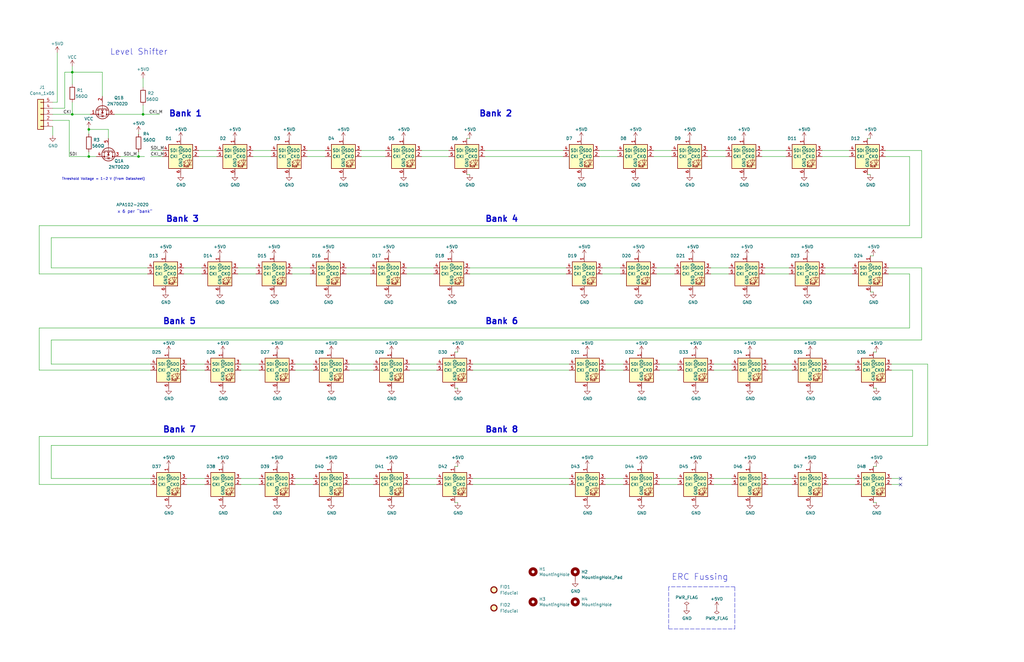
<source format=kicad_sch>
(kicad_sch (version 20211123) (generator eeschema)
  (paper "USLedger")
  (title_block (title "LED Board - UberRadio") (rev "0.1") (company "blame- steven.clark@stanford.edu") (comment 1 "Stanford, CA 94305-9505") (comment 2 "350 Jane Stanford Way") (comment 3 "Electrical Engineering Department") (comment 4 "lab64 / Stanford University"))
  (lib_symbols
    (symbol "Connector_Generic:Conn_01x05" (pin_names (offset 1.016) hide)
      (property "Reference" "J" (at 0 7.62 0))
      (property "Value" "Conn_01x05" (at 0 -7.62 0))
      (symbol "Conn_01x05_1_1"
        (pin passive line (at -5.08 5.08 0) (length 3.81) (name "Pin_1") (number "1"))
        (pin passive line (at -5.08 2.54 0) (length 3.81) (name "Pin_2") (number "2"))
        (pin passive line (at -5.08 0 0) (length 3.81) (name "Pin_3") (number "3"))
        (pin passive line (at -5.08 -2.54 0) (length 3.81) (name "Pin_4") (number "4"))
        (pin passive line (at -5.08 -5.08 0) (length 3.81) (name "Pin_5") (number "5"))
      )
    )
    (symbol "Device:R" (pin_numbers hide) (pin_names (offset 0))
      (property "Reference" "R" (at 2.032 0 90))
      (property "Value" "R" (at 0 0 90))
      (symbol "R_1_1"
        (pin passive line (at 0 3.81 270) (length 1.27) (name "~") (number "1"))
        (pin passive line (at 0 -3.81 90) (length 1.27) (name "~") (number "2"))
      )
    )
    (symbol "LED:APA102-2020"
      (property "Reference" "D" (at 5.08 5.715 0))
      (property "Value" "APA102-2020" (at 1.27 -5.715 0))
      (symbol "APA102-2020_0_0"
        (text "RGB" (at 2.286 -4.191 0) (effects (font (size 0.762 0.762))))
      )
      (symbol "APA102-2020_1_1"
        (pin power_in line (at 0 7.62 270) (length 2.54) (name "VDD") (number "1"))
        (pin output line (at 7.62 0 180) (length 2.54) (name "CKO") (number "2"))
        (pin output line (at 7.62 2.54 180) (length 2.54) (name "SDO") (number "3"))
        (pin input line (at -7.62 2.54 0) (length 2.54) (name "SDI") (number "4"))
        (pin input line (at -7.62 0 0) (length 2.54) (name "CKI") (number "5"))
        (pin power_in line (at 0 -7.62 90) (length 2.54) (name "GND") (number "6"))
      )
    )
    (symbol "Mechanical:Fiducial"
      (property "Reference" "FID" (at 0 5.08 0))
      (property "Value" "Fiducial" (at 0 3.175 0))
    )
    (symbol "Mechanical:MountingHole" (pin_names (offset 1.016))
      (property "Reference" "H" (at 0 5.08 0))
      (property "Value" "MountingHole" (at 0 3.175 0))
    )
    (symbol "Mechanical:MountingHole_Pad" (pin_numbers hide) (pin_names (offset 1.016) hide)
      (property "Reference" "H" (at 0 6.35 0))
      (property "Value" "MountingHole_Pad" (at 0 4.445 0))
      (symbol "MountingHole_Pad_1_1"
        (pin input line (at 0 -2.54 90) (length 2.54) (name "1") (number "1"))
      )
    )
    (symbol "lab4:2N7002D" (pin_names hide)
      (property "Reference" "Q" (at 5.08 1.905 0))
      (property "Value" "2N7002D" (at 5.08 0 0))
      (symbol "2N7002D_1_1"
        (pin passive line (at 2.54 5.08 270) (length 2.54) (name "D") (number "3"))
        (pin passive line (at 2.54 -5.08 90) (length 2.54) (name "S") (number "4"))
        (pin input line (at -5.08 0 0) (length 2.54) (name "G") (number "5"))
      )
      (symbol "2N7002D_2_1"
        (pin passive line (at 2.54 -5.08 90) (length 2.54) (name "S") (number "1"))
        (pin input line (at -5.08 0 0) (length 2.54) (name "G") (number "2"))
        (pin passive line (at 2.54 5.08 270) (length 2.54) (name "D") (number "6"))
      )
    )
    (symbol "power:+5VD" (power) (pin_names (offset 0))
      (property "Value" "+5VD" (at 0 3.556 0))
      (symbol "+5VD_1_1"
        (pin power_in line (at 0 0 90) (length 0) hide (name "+5VD") (number "1"))
      )
    )
    (symbol "power:GND" (power) (pin_names (offset 0))
      (property "Value" "GND" (at 0 -3.81 0))
      (symbol "GND_1_1"
        (pin power_in line (at 0 0 270) (length 0) hide (name "GND") (number "1"))
      )
    )
    (symbol "power:PWR_FLAG" (power) (pin_numbers hide) (pin_names (offset 0) hide)
      (property "Value" "PWR_FLAG" (at 0 3.81 0))
      (symbol "PWR_FLAG_0_0"
        (pin power_out line (at 0 0 90) (length 0) (name "pwr") (number "1"))
      )
    )
    (symbol "power:VCC" (power) (pin_names (offset 0))
      (property "Value" "VCC" (at 0 3.81 0))
      (symbol "VCC_1_1"
        (pin power_in line (at 0 0 90) (length 0) hide (name "VCC") (number "1"))
      )
    )
  )
  (junction (at 30.48 48.26))
  (junction (at 37.465 66.04))
  (junction (at 58.42 66.04))
  (junction (at 37.465 54.61))
  (junction (at 30.48 30.48))
  (junction (at 60.325 48.26))
  (no_connect (at 379.73 204.47))
  (no_connect (at 379.73 201.93))
  (wire (pts (xy 388.62 100.33) (xy 21.59 100.33)))
  (wire (pts (xy 63.5 63.5) (xy 68.58 63.5)))
  (wire (pts (xy 199.39 204.47) (xy 240.03 204.47)))
  (wire (pts (xy 323.85 201.93) (xy 334.01 201.93)))
  (wire (pts (xy 375.92 204.47) (xy 379.73 204.47)))
  (wire (pts (xy 78.74 156.21) (xy 86.36 156.21)))
  (wire (pts (xy 147.32 201.93) (xy 157.48 201.93)))
  (wire (pts (xy 147.32 156.21) (xy 157.48 156.21)))
  (wire (pts (xy 368.3 212.09) (xy 369.57 212.09)))
  (wire (pts (xy 21.59 113.03) (xy 62.23 113.03)))
  (wire (pts (xy 171.45 115.57) (xy 182.88 115.57)))
  (wire (pts (xy 43.18 40.64) (xy 43.18 30.48)))
  (wire (pts (xy 204.47 63.5) (xy 237.49 63.5)))
  (wire (pts (xy 300.99 204.47) (xy 308.61 204.47)))
  (wire (pts (xy 321.31 66.04) (xy 331.47 66.04)))
  (polyline (pts (xy 281.94 265.43) (xy 309.88 265.43)))
  (wire (pts (xy 198.12 115.57) (xy 238.76 115.57)))
  (wire (pts (xy 300.99 153.67) (xy 308.61 153.67)))
  (wire (pts (xy 16.51 204.47) (xy 63.5 204.47)))
  (wire (pts (xy 373.38 63.5) (xy 388.62 63.5)))
  (wire (pts (xy 22.225 53.34) (xy 22.225 57.15)))
  (wire (pts (xy 346.71 63.5) (xy 358.14 63.5)))
  (wire (pts (xy 21.59 201.93) (xy 21.59 187.96)))
  (wire (pts (xy 129.54 66.04) (xy 137.16 66.04)))
  (wire (pts (xy 24.13 22.225) (xy 24.13 43.18)))
  (wire (pts (xy 177.8 63.5) (xy 189.23 63.5)))
  (wire (pts (xy 255.27 204.47) (xy 262.89 204.47)))
  (wire (pts (xy 172.72 201.93) (xy 184.15 201.93)))
  (wire (pts (xy 129.54 63.5) (xy 137.16 63.5)))
  (wire (pts (xy 63.5 66.04) (xy 68.58 66.04)))
  (wire (pts (xy 22.225 50.8) (xy 29.21 50.8)))
  (wire (pts (xy 300.99 156.21) (xy 308.61 156.21)))
  (wire (pts (xy 191.77 212.09) (xy 193.04 212.09)))
  (wire (pts (xy 196.85 58.42) (xy 198.12 58.42)))
  (wire (pts (xy 323.85 204.47) (xy 334.01 204.47)))
  (wire (pts (xy 21.59 100.33) (xy 21.59 113.03)))
  (wire (pts (xy 172.72 156.21) (xy 184.15 156.21)))
  (wire (pts (xy 78.74 153.67) (xy 86.36 153.67)))
  (wire (pts (xy 48.26 48.26) (xy 60.325 48.26)))
  (wire (pts (xy 199.39 156.21) (xy 240.03 156.21)))
  (wire (pts (xy 199.39 201.93) (xy 240.03 201.93)))
  (wire (pts (xy 388.62 63.5) (xy 388.62 100.33)))
  (wire (pts (xy 367.03 123.19) (xy 368.3 123.19)))
  (wire (pts (xy 177.8 66.04) (xy 189.23 66.04)))
  (wire (pts (xy 365.76 58.42) (xy 367.03 58.42)))
  (wire (pts (xy 375.92 201.93) (xy 379.73 201.93)))
  (wire (pts (xy 299.72 115.57) (xy 307.34 115.57)))
  (wire (pts (xy 383.54 115.57) (xy 383.54 138.43)))
  (wire (pts (xy 191.77 163.83) (xy 193.04 163.83)))
  (wire (pts (xy 37.465 53.975) (xy 37.465 54.61)))
  (wire (pts (xy 349.25 201.93) (xy 360.68 201.93)))
  (wire (pts (xy 21.59 153.67) (xy 63.5 153.67)))
  (wire (pts (xy 101.6 153.67) (xy 109.22 153.67)))
  (wire (pts (xy 298.45 66.04) (xy 306.07 66.04)))
  (wire (pts (xy 60.325 33.02) (xy 60.325 36.83)))
  (wire (pts (xy 77.47 113.03) (xy 85.09 113.03)))
  (wire (pts (xy 22.225 48.26) (xy 30.48 48.26)))
  (wire (pts (xy 368.3 196.85) (xy 369.57 196.85)))
  (wire (pts (xy 77.47 115.57) (xy 85.09 115.57)))
  (wire (pts (xy 199.39 153.67) (xy 240.03 153.67)))
  (wire (pts (xy 16.51 115.57) (xy 62.23 115.57)))
  (wire (pts (xy 383.54 95.25) (xy 16.51 95.25)))
  (wire (pts (xy 384.81 156.21) (xy 384.81 184.15)))
  (wire (pts (xy 83.82 66.04) (xy 91.44 66.04)))
  (wire (pts (xy 78.74 201.93) (xy 86.36 201.93)))
  (wire (pts (xy 60.325 48.26) (xy 67.31 48.26)))
  (wire (pts (xy 349.25 153.67) (xy 360.68 153.67)))
  (wire (pts (xy 255.27 156.21) (xy 262.89 156.21)))
  (wire (pts (xy 147.32 204.47) (xy 157.48 204.47)))
  (wire (pts (xy 255.27 201.93) (xy 262.89 201.93)))
  (wire (pts (xy 375.92 156.21) (xy 384.81 156.21)))
  (wire (pts (xy 252.73 66.04) (xy 260.35 66.04)))
  (wire (pts (xy 191.77 196.85) (xy 193.04 196.85)))
  (wire (pts (xy 101.6 156.21) (xy 109.22 156.21)))
  (wire (pts (xy 383.54 138.43) (xy 16.51 138.43)))
  (wire (pts (xy 383.54 66.04) (xy 383.54 95.25)))
  (wire (pts (xy 124.46 204.47) (xy 132.08 204.47)))
  (wire (pts (xy 27.305 45.72) (xy 27.305 30.48)))
  (polyline (pts (xy 281.94 247.65) (xy 281.94 265.43)))
  (wire (pts (xy 30.48 30.48) (xy 43.18 30.48)))
  (polyline (pts (xy 309.88 247.65) (xy 281.94 247.65)))
  (wire (pts (xy 322.58 115.57) (xy 332.74 115.57)))
  (wire (pts (xy 368.3 163.83) (xy 369.57 163.83)))
  (wire (pts (xy 30.48 27.94) (xy 30.48 30.48)))
  (wire (pts (xy 21.59 187.96) (xy 391.16 187.96)))
  (wire (pts (xy 171.45 113.03) (xy 182.88 113.03)))
  (wire (pts (xy 101.6 204.47) (xy 109.22 204.47)))
  (wire (pts (xy 278.13 204.47) (xy 285.75 204.47)))
  (wire (pts (xy 22.225 45.72) (xy 27.305 45.72)))
  (wire (pts (xy 191.77 148.59) (xy 193.04 148.59)))
  (wire (pts (xy 196.85 73.66) (xy 198.12 73.66)))
  (wire (pts (xy 388.62 143.51) (xy 388.62 113.03)))
  (wire (pts (xy 21.59 153.67) (xy 21.59 143.51)))
  (wire (pts (xy 278.13 153.67) (xy 285.75 153.67)))
  (wire (pts (xy 374.65 115.57) (xy 383.54 115.57)))
  (wire (pts (xy 278.13 201.93) (xy 285.75 201.93)))
  (wire (pts (xy 375.92 153.67) (xy 391.16 153.67)))
  (wire (pts (xy 100.33 113.03) (xy 107.95 113.03)))
  (wire (pts (xy 37.465 56.515) (xy 37.465 54.61)))
  (wire (pts (xy 16.51 138.43) (xy 16.51 156.21)))
  (wire (pts (xy 347.98 115.57) (xy 359.41 115.57)))
  (wire (pts (xy 30.48 30.48) (xy 27.305 30.48)))
  (wire (pts (xy 147.32 153.67) (xy 157.48 153.67)))
  (wire (pts (xy 347.98 113.03) (xy 359.41 113.03)))
  (wire (pts (xy 123.19 113.03) (xy 130.81 113.03)))
  (wire (pts (xy 83.82 63.5) (xy 91.44 63.5)))
  (wire (pts (xy 58.42 55.88) (xy 58.42 56.515)))
  (wire (pts (xy 30.48 48.26) (xy 38.1 48.26)))
  (wire (pts (xy 276.86 113.03) (xy 284.48 113.03)))
  (wire (pts (xy 275.59 63.5) (xy 283.21 63.5)))
  (wire (pts (xy 323.85 153.67) (xy 334.01 153.67)))
  (wire (pts (xy 391.16 187.96) (xy 391.16 153.67)))
  (wire (pts (xy 152.4 66.04) (xy 162.56 66.04)))
  (wire (pts (xy 254 115.57) (xy 261.62 115.57)))
  (wire (pts (xy 172.72 204.47) (xy 184.15 204.47)))
  (wire (pts (xy 198.12 113.03) (xy 238.76 113.03)))
  (wire (pts (xy 16.51 184.15) (xy 16.51 204.47)))
  (wire (pts (xy 152.4 63.5) (xy 162.56 63.5)))
  (wire (pts (xy 21.59 201.93) (xy 63.5 201.93)))
  (wire (pts (xy 16.51 184.15) (xy 384.81 184.15)))
  (wire (pts (xy 252.73 63.5) (xy 260.35 63.5)))
  (wire (pts (xy 323.85 156.21) (xy 334.01 156.21)))
  (wire (pts (xy 123.19 115.57) (xy 130.81 115.57)))
  (wire (pts (xy 254 113.03) (xy 261.62 113.03)))
  (wire (pts (xy 106.68 63.5) (xy 114.3 63.5)))
  (wire (pts (xy 106.68 66.04) (xy 114.3 66.04)))
  (wire (pts (xy 29.21 66.04) (xy 37.465 66.04)))
  (wire (pts (xy 22.225 43.18) (xy 24.13 43.18)))
  (wire (pts (xy 50.8 66.04) (xy 58.42 66.04)))
  (wire (pts (xy 275.59 66.04) (xy 283.21 66.04)))
  (wire (pts (xy 30.48 30.48) (xy 30.48 35.56)))
  (wire (pts (xy 30.48 43.18) (xy 30.48 48.26)))
  (wire (pts (xy 37.465 64.135) (xy 37.465 66.04)))
  (wire (pts (xy 298.45 63.5) (xy 306.07 63.5)))
  (wire (pts (xy 16.51 95.25) (xy 16.51 115.57)))
  (wire (pts (xy 78.74 204.47) (xy 86.36 204.47)))
  (wire (pts (xy 349.25 204.47) (xy 360.68 204.47)))
  (wire (pts (xy 322.58 113.03) (xy 332.74 113.03)))
  (wire (pts (xy 367.03 107.95) (xy 368.3 107.95)))
  (wire (pts (xy 124.46 201.93) (xy 132.08 201.93)))
  (wire (pts (xy 100.33 115.57) (xy 107.95 115.57)))
  (wire (pts (xy 204.47 66.04) (xy 237.49 66.04)))
  (wire (pts (xy 124.46 156.21) (xy 132.08 156.21)))
  (wire (pts (xy 146.05 113.03) (xy 156.21 113.03)))
  (wire (pts (xy 276.86 115.57) (xy 284.48 115.57)))
  (wire (pts (xy 374.65 113.03) (xy 388.62 113.03)))
  (wire (pts (xy 37.465 66.04) (xy 40.64 66.04)))
  (wire (pts (xy 21.59 143.51) (xy 388.62 143.51)))
  (wire (pts (xy 172.72 153.67) (xy 184.15 153.67)))
  (wire (pts (xy 37.465 54.61) (xy 45.72 54.61)))
  (wire (pts (xy 346.71 66.04) (xy 358.14 66.04)))
  (wire (pts (xy 58.42 66.04) (xy 58.42 64.135)))
  (wire (pts (xy 124.46 153.67) (xy 132.08 153.67)))
  (wire (pts (xy 101.6 201.93) (xy 109.22 201.93)))
  (wire (pts (xy 373.38 66.04) (xy 383.54 66.04)))
  (wire (pts (xy 146.05 115.57) (xy 156.21 115.57)))
  (wire (pts (xy 45.72 54.61) (xy 45.72 58.42)))
  (wire (pts (xy 299.72 113.03) (xy 307.34 113.03)))
  (wire (pts (xy 255.27 153.67) (xy 262.89 153.67)))
  (wire (pts (xy 321.31 63.5) (xy 331.47 63.5)))
  (wire (pts (xy 349.25 156.21) (xy 360.68 156.21)))
  (wire (pts (xy 368.3 148.59) (xy 369.57 148.59)))
  (wire (pts (xy 16.51 156.21) (xy 63.5 156.21)))
  (wire (pts (xy 300.99 201.93) (xy 308.61 201.93)))
  (polyline (pts (xy 309.88 265.43) (xy 309.88 247.65)))
  (wire (pts (xy 29.21 50.8) (xy 29.21 66.04)))
  (wire (pts (xy 278.13 156.21) (xy 285.75 156.21)))
  (wire (pts (xy 60.325 44.45) (xy 60.325 48.26)))
  (wire (pts (xy 58.42 66.04) (xy 60.96 66.04)))
  (wire (pts (xy 365.76 73.66) (xy 367.03 73.66)))
  (text "Bank 5" (at 68.58 137.16 0) (effects (font (size 2.54 2.54) (thickness 0.508) bold) (justify left bottom)))
  (text "Bank 3" (at 69.85 93.98 0) (effects (font (size 2.54 2.54) (thickness 0.508) bold) (justify left bottom)))
  (text "x 6 per “bank”" (at 49.53 90.17 0) (effects (font (size 1.27 1.27)) (justify left bottom)))
  (text "Bank 4" (at 204.47 93.98 0) (effects (font (size 2.54 2.54) (thickness 0.508) bold) (justify left bottom)))
  (text "Bank 6" (at 204.47 137.16 0) (effects (font (size 2.54 2.54) (thickness 0.508) bold) (justify left bottom)))
  (text "Bank 2" (at 201.93 49.53 0) (effects (font (size 2.54 2.54) (thickness 0.508) bold) (justify left bottom)))
  (text "ERC Fussing" (at 283.21 245.11 0) (effects (font (size 2.54 2.54)) (justify left bottom)))
  (text "Threshold Voltage = 1-2 V (From Datasheet)\n" (at 26.035 76.2 0) (effects (font (size 1 1)) (justify left bottom)))
  (text "Level Shifter" (at 46.355 23.495 0) (effects (font (size 2.54 2.54)) (justify left bottom)))
  (text "Bank 8" (at 204.47 182.88 0) (effects (font (size 2.54 2.54) (thickness 0.508) bold) (justify left bottom)))
  (text "Bank 1" (at 71.12 49.53 0) (effects (font (size 2.54 2.54) (thickness 0.508) bold) (justify left bottom)))
  (text "Bank 7" (at 68.58 182.88 0) (effects (font (size 2.54 2.54) (thickness 0.508) bold) (justify left bottom)))
  (label "SDI" (at 29.21 66.04 0))
  (label "CKI_M" (at 63.5 66.04 0))
  (label "SDI_M" (at 63.5 63.5 0))
  (label "CKI_M" (at 62.865 48.26 0))
  (label "CKI" (at 26.67 48.26 0))
  (label "SDI_M" (at 52.07 66.04 0))
  (symbol (lib_id "LED:APA102-2020") (at 76.2 66.04 0) (unit 1)
    (property "Reference" "D1" (at 71.12 58.42 0))
    (property "Value" "APA102-2020" (at 55.88 86.36 0))
    (property "Footprint" "LED_SMD:LED-APA102-2020" (effects hide))
    (property "Datasheet" "http://www.led-color.com/upload/201604/APA102-2020%20SMD%20LED.pdf" (effects hide))
  )
  (symbol (lib_id "power:GND") (at 76.2 73.66 0) (unit 1)
    (property "Reference" "#PWR015" (effects hide))
    (property "Value" "GND" (at 76.327 78.0542 0))
  )
  (symbol (lib_id "power:+5VD") (at 76.2 58.42 0) (unit 1)
    (property "Reference" "#PWR02" (effects hide))
    (property "Value" "+5VD" (at 76.2 54.61 0))
  )
  (symbol (lib_id "Mechanical:MountingHole_Pad") (at 242.57 242.57 0) (unit 1)
    (property "Reference" "H2" (at 245.11 241.3254 0) (effects (justify left)))
    (property "Value" "MountingHole_Pad" (at 245.11 243.6368 0) (effects (justify left)))
    (property "Footprint" "MountingHole:MountingHole_3.5mm_Pad_Via" (effects hide))
  )
  (symbol (lib_id "Mechanical:MountingHole") (at 224.79 241.3 0) (unit 1)
    (property "Reference" "H1" (at 227.33 240.1316 0) (effects (justify left)))
    (property "Value" "MountingHole" (at 227.33 242.443 0) (effects (justify left)))
    (property "Footprint" "MountingHole:MountingHole_3.5mm_Pad" (effects hide))
  )
  (symbol (lib_id "Mechanical:MountingHole") (at 224.79 254 0) (unit 1)
    (property "Reference" "H3" (at 227.33 252.8316 0) (effects (justify left)))
    (property "Value" "MountingHole" (at 227.33 255.143 0) (effects (justify left)))
    (property "Footprint" "MountingHole:MountingHole_3.5mm_Pad" (effects hide))
  )
  (symbol (lib_id "Mechanical:MountingHole") (at 242.57 254 0) (unit 1)
    (property "Reference" "H4" (at 245.11 252.8316 0) (effects (justify left)))
    (property "Value" "MountingHole" (at 245.11 255.143 0) (effects (justify left)))
    (property "Footprint" "MountingHole:MountingHole_3.5mm_Pad" (effects hide))
  )
  (symbol (lib_id "power:GND") (at 242.57 245.11 0) (unit 1)
    (property "Reference" "#PWR099" (effects hide))
    (property "Value" "GND" (at 242.697 249.5042 0))
  )
  (symbol (lib_id "power:GND") (at 22.225 57.15 0) (unit 1)
    (property "Reference" "#PWR014" (effects hide))
    (property "Value" "GND" (at 22.352 61.5442 0))
  )
  (symbol (lib_id "power:+5VD") (at 60.325 33.02 0) (unit 1)
    (property "Reference" "#PWR01" (effects hide))
    (property "Value" "+5VD" (at 60.325 29.21 0))
  )
  (symbol (lib_id "power:PWR_FLAG") (at 289.56 256.54 0) (unit 1)
    (property "Reference" "#FLG0101" (effects hide))
    (property "Value" "PWR_FLAG" (at 289.56 252.1458 0))
  )
  (symbol (lib_id "power:PWR_FLAG") (at 302.26 256.54 180) (unit 1)
    (property "Reference" "#FLG0102" (effects hide))
    (property "Value" "PWR_FLAG" (at 302.26 260.9342 0))
  )
  (symbol (lib_id "power:GND") (at 289.56 256.54 0) (unit 1)
    (property "Reference" "#PWR0101" (effects hide))
    (property "Value" "GND" (at 289.687 260.9342 0))
  )
  (symbol (lib_id "power:+5VD") (at 302.26 256.54 0) (unit 1)
    (property "Reference" "#PWR0102" (effects hide))
    (property "Value" "+5VD" (at 302.26 252.73 0))
  )
  (symbol (lib_id "power:GND") (at 368.3 123.19 0) (unit 1)
    (property "Reference" "#PWR0150" (effects hide))
    (property "Value" "GND" (at 368.427 127.5842 0))
  )
  (symbol (lib_id "power:GND") (at 193.04 163.83 0) (unit 1)
    (property "Reference" "#PWR0128" (effects hide))
    (property "Value" "GND" (at 193.167 168.2242 0))
  )
  (symbol (lib_id "LED:APA102-2020") (at 316.23 204.47 0) (unit 1)
    (property "Reference" "D46" (at 311.15 196.85 0))
    (property "Value" "APA102-2020" (effects hide))
    (property "Footprint" "LED_SMD:LED-APA102-2020" (effects hide))
    (property "Datasheet" "http://www.led-color.com/upload/201604/APA102-2020%20SMD%20LED.pdf" (effects hide))
  )
  (symbol (lib_id "power:+5VD") (at 121.92 58.42 0) (unit 1)
    (property "Reference" "#PWR0173" (effects hide))
    (property "Value" "+5VD" (at 121.92 54.61 0))
  )
  (symbol (lib_id "power:GND") (at 292.1 123.19 0) (unit 1)
    (property "Reference" "#PWR0111" (effects hide))
    (property "Value" "GND" (at 292.227 127.5842 0))
  )
  (symbol (lib_id "power:GND") (at 339.09 73.66 0) (unit 1)
    (property "Reference" "#PWR0158" (effects hide))
    (property "Value" "GND" (at 339.217 78.0542 0))
  )
  (symbol (lib_id "power:+5VD") (at 165.1 196.85 0) (unit 1)
    (property "Reference" "#PWR0193" (effects hide))
    (property "Value" "+5VD" (at 165.1 193.04 0))
  )
  (symbol (lib_id "LED:APA102-2020") (at 191.77 156.21 0) (unit 1)
    (property "Reference" "D30" (at 186.69 148.59 0))
    (property "Value" "APA102-2020" (effects hide))
    (property "Footprint" "LED_SMD:LED-APA102-2020" (effects hide))
    (property "Datasheet" "http://www.led-color.com/upload/201604/APA102-2020%20SMD%20LED.pdf" (effects hide))
  )
  (symbol (lib_id "power:+5VD") (at 293.37 196.85 0) (unit 1)
    (property "Reference" "#PWR0147" (effects hide))
    (property "Value" "+5VD" (at 293.37 193.04 0))
  )
  (symbol (lib_id "power:+5VD") (at 69.85 107.95 0) (unit 1)
    (property "Reference" "#PWR0190" (effects hide))
    (property "Value" "+5VD" (at 69.85 104.14 0))
  )
  (symbol (lib_id "power:GND") (at 246.38 123.19 0) (unit 1)
    (property "Reference" "#PWR0115" (effects hide))
    (property "Value" "GND" (at 246.507 127.5842 0))
  )
  (symbol (lib_id "power:+5VD") (at 247.65 196.85 0) (unit 1)
    (property "Reference" "#PWR0130" (effects hide))
    (property "Value" "+5VD" (at 247.65 193.04 0))
  )
  (symbol (lib_id "LED:APA102-2020") (at 245.11 66.04 0) (unit 1)
    (property "Reference" "D7" (at 240.03 58.42 0))
    (property "Value" "APA102-2020" (effects hide))
    (property "Footprint" "LED_SMD:LED-APA102-2020" (effects hide))
    (property "Datasheet" "http://www.led-color.com/upload/201604/APA102-2020%20SMD%20LED.pdf" (effects hide))
  )
  (symbol (lib_id "power:GND") (at 290.83 73.66 0) (unit 1)
    (property "Reference" "#PWR0124" (effects hide))
    (property "Value" "GND" (at 290.957 78.0542 0))
  )
  (symbol (lib_id "power:+5VD") (at 115.57 107.95 0) (unit 1)
    (property "Reference" "#PWR0167" (effects hide))
    (property "Value" "+5VD" (at 115.57 104.14 0))
  )
  (symbol (lib_id "power:+5VD") (at 58.42 55.88 0) (unit 1)
    (property "Reference" "#PWR0200" (effects hide))
    (property "Value" "+5VD" (at 58.42 52.07 0))
  )
  (symbol (lib_id "power:+5VD") (at 340.36 107.95 0) (unit 1)
    (property "Reference" "#PWR0152" (effects hide))
    (property "Value" "+5VD" (at 340.36 104.14 0))
  )
  (symbol (lib_id "power:GND") (at 314.96 123.19 0) (unit 1)
    (property "Reference" "#PWR0109" (effects hide))
    (property "Value" "GND" (at 315.087 127.5842 0))
  )
  (symbol (lib_id "LED:APA102-2020") (at 71.12 156.21 0) (unit 1)
    (property "Reference" "D25" (at 66.04 148.59 0))
    (property "Value" "APA102-2020" (effects hide))
    (property "Footprint" "LED_SMD:LED-APA102-2020" (effects hide))
    (property "Datasheet" "http://www.led-color.com/upload/201604/APA102-2020%20SMD%20LED.pdf" (effects hide))
  )
  (symbol (lib_id "Device:R") (at 30.48 39.37 180) (unit 1)
    (property "Reference" "R1" (at 32.385 38.1 0) (effects (justify right)))
    (property "Value" "560Ω" (at 31.75 40.64 0) (effects (justify right)))
    (property "Footprint" "Resistor_SMD:R_1206_3216Metric_Pad1.30x1.75mm_HandSolder" (effects hide))
    (property "Datasheet" "https://www.te.com/commerce/DocumentDelivery/DDEController?Action=srchrtrv&DocNm=1773204-1&DocType=DS&DocLang=English" (effects hide))
    (property "Amount" "24" (effects hide))
    (property "Vendor" "Digikey" (effects hide))
    (property "Vendor P/N" "A129549CT-ND" (effects hide))
  )
  (symbol (lib_id "LED:APA102-2020") (at 163.83 115.57 0) (unit 1)
    (property "Reference" "D17" (at 158.75 107.95 0))
    (property "Value" "APA102-2020" (effects hide))
    (property "Footprint" "LED_SMD:LED-APA102-2020" (effects hide))
    (property "Datasheet" "http://www.led-color.com/upload/201604/APA102-2020%20SMD%20LED.pdf" (effects hide))
  )
  (symbol (lib_id "power:GND") (at 71.12 163.83 0) (unit 1)
    (property "Reference" "#PWR0188" (effects hide))
    (property "Value" "GND" (at 71.247 168.2242 0))
  )
  (symbol (lib_id "Connector_Generic:Conn_01x05") (at 17.145 48.26 180) (unit 1)
    (property "Reference" "J1" (at 17.78 36.83 0))
    (property "Value" "Conn_1x05" (at 17.78 39.37 0))
    (property "Footprint" "Connector_PinHeader_2.54mm:PinHeader_1x05_P2.54mm_Vertical" (effects hide))
    (property "Vendor" "Digikey" (effects hide))
    (property "Vendor P/N" "23-1045D00A3TT" (effects hide))
  )
  (symbol (lib_id "power:GND") (at 139.7 212.09 0) (unit 1)
    (property "Reference" "#PWR0106" (effects hide))
    (property "Value" "GND" (at 139.827 216.4842 0))
  )
  (symbol (lib_id "power:+5VD") (at 293.37 148.59 0) (unit 1)
    (property "Reference" "#PWR0110" (effects hide))
    (property "Value" "+5VD" (at 293.37 144.78 0))
  )
  (symbol (lib_id "power:GND") (at 247.65 212.09 0) (unit 1)
    (property "Reference" "#PWR0129" (effects hide))
    (property "Value" "GND" (at 247.777 216.4842 0))
  )
  (symbol (lib_id "power:GND") (at 245.11 73.66 0) (unit 1)
    (property "Reference" "#PWR0123" (effects hide))
    (property "Value" "GND" (at 245.237 78.0542 0))
  )
  (symbol (lib_id "power:+5VD") (at 267.97 58.42 0) (unit 1)
    (property "Reference" "#PWR0121" (effects hide))
    (property "Value" "+5VD" (at 267.97 54.61 0))
  )
  (symbol (lib_id "LED:APA102-2020") (at 246.38 115.57 0) (unit 1)
    (property "Reference" "D19" (at 241.3 107.95 0))
    (property "Value" "APA102-2020" (effects hide))
    (property "Footprint" "LED_SMD:LED-APA102-2020" (effects hide))
    (property "Datasheet" "http://www.led-color.com/upload/201604/APA102-2020%20SMD%20LED.pdf" (effects hide))
  )
  (symbol (lib_id "power:GND") (at 270.51 212.09 0) (unit 1)
    (property "Reference" "#PWR0135" (effects hide))
    (property "Value" "GND" (at 270.637 216.4842 0))
  )
  (symbol (lib_id "LED:APA102-2020") (at 170.18 66.04 0) (unit 1)
    (property "Reference" "D5" (at 165.1 58.42 0))
    (property "Value" "APA102-2020" (effects hide))
    (property "Footprint" "LED_SMD:LED-APA102-2020" (effects hide))
    (property "Datasheet" "http://www.led-color.com/upload/201604/APA102-2020%20SMD%20LED.pdf" (effects hide))
  )
  (symbol (lib_id "power:GND") (at 293.37 212.09 0) (unit 1)
    (property "Reference" "#PWR0144" (effects hide))
    (property "Value" "GND" (at 293.497 216.4842 0))
  )
  (symbol (lib_id "power:+5VD") (at 24.13 22.225 0) (unit 1)
    (property "Reference" "#PWR0192" (effects hide))
    (property "Value" "+5VD" (at 24.13 18.415 0))
  )
  (symbol (lib_id "power:GND") (at 269.24 123.19 0) (unit 1)
    (property "Reference" "#PWR0112" (effects hide))
    (property "Value" "GND" (at 269.367 127.5842 0))
  )
  (symbol (lib_id "LED:APA102-2020") (at 293.37 204.47 0) (unit 1)
    (property "Reference" "D45" (at 288.29 196.85 0))
    (property "Value" "APA102-2020" (effects hide))
    (property "Footprint" "LED_SMD:LED-APA102-2020" (effects hide))
    (property "Datasheet" "http://www.led-color.com/upload/201604/APA102-2020%20SMD%20LED.pdf" (effects hide))
  )
  (symbol (lib_id "LED:APA102-2020") (at 292.1 115.57 0) (unit 1)
    (property "Reference" "D21" (at 287.02 107.95 0))
    (property "Value" "APA102-2020" (effects hide))
    (property "Footprint" "LED_SMD:LED-APA102-2020" (effects hide))
    (property "Datasheet" "http://www.led-color.com/upload/201604/APA102-2020%20SMD%20LED.pdf" (effects hide))
  )
  (symbol (lib_id "power:GND") (at 270.51 163.83 0) (unit 1)
    (property "Reference" "#PWR0133" (effects hide))
    (property "Value" "GND" (at 270.637 168.2242 0))
  )
  (symbol (lib_id "LED:APA102-2020") (at 270.51 156.21 0) (unit 1)
    (property "Reference" "D32" (at 265.43 148.59 0))
    (property "Value" "APA102-2020" (effects hide))
    (property "Footprint" "LED_SMD:LED-APA102-2020" (effects hide))
    (property "Datasheet" "http://www.led-color.com/upload/201604/APA102-2020%20SMD%20LED.pdf" (effects hide))
  )
  (symbol (lib_id "lab4:2N7002D") (at 43.18 45.72 270) (unit 2)
    (property "Reference" "Q1" (at 50.165 41.275 90))
    (property "Value" "2N7002D" (at 49.53 43.815 90))
    (property "Footprint" "Package_TO_SOT_SMD:SOT-23-6" (effects hide))
    (property "Datasheet" "https://www.onsemi.com/pdf/datasheet/2n7002dw-d.pdf" (effects hide))
    (property "Vendor" "DigiKey" (effects hide))
    (property "Vendor P/N" "DMN2004DMKDITR-ND " (effects hide))
  )
  (symbol (lib_id "power:GND") (at 71.12 212.09 0) (unit 1)
    (property "Reference" "#PWR0104" (effects hide))
    (property "Value" "GND" (at 71.247 216.4842 0))
  )
  (symbol (lib_id "LED:APA102-2020") (at 316.23 156.21 0) (unit 1)
    (property "Reference" "D34" (at 311.15 148.59 0))
    (property "Value" "APA102-2020" (effects hide))
    (property "Footprint" "LED_SMD:LED-APA102-2020" (effects hide))
    (property "Datasheet" "http://www.led-color.com/upload/201604/APA102-2020%20SMD%20LED.pdf" (effects hide))
  )
  (symbol (lib_id "power:+5VD") (at 193.04 196.85 0) (unit 1)
    (property "Reference" "#PWR0132" (effects hide))
    (property "Value" "+5VD" (at 193.04 193.04 0))
  )
  (symbol (lib_id "power:GND") (at 165.1 163.83 0) (unit 1)
    (property "Reference" "#PWR0194" (effects hide))
    (property "Value" "GND" (at 165.227 168.2242 0))
  )
  (symbol (lib_id "LED:APA102-2020") (at 340.36 115.57 0) (unit 1)
    (property "Reference" "D23" (at 335.28 107.95 0))
    (property "Value" "APA102-2020" (effects hide))
    (property "Footprint" "LED_SMD:LED-APA102-2020" (effects hide))
    (property "Datasheet" "http://www.led-color.com/upload/201604/APA102-2020%20SMD%20LED.pdf" (effects hide))
  )
  (symbol (lib_id "LED:APA102-2020") (at 144.78 66.04 0) (unit 1)
    (property "Reference" "D4" (at 139.7 58.42 0))
    (property "Value" "APA102-2020" (effects hide))
    (property "Footprint" "LED_SMD:LED-APA102-2020" (effects hide))
    (property "Datasheet" "http://www.led-color.com/upload/201604/APA102-2020%20SMD%20LED.pdf" (effects hide))
  )
  (symbol (lib_id "LED:APA102-2020") (at 267.97 66.04 0) (unit 1)
    (property "Reference" "D8" (at 262.89 58.42 0))
    (property "Value" "APA102-2020" (effects hide))
    (property "Footprint" "LED_SMD:LED-APA102-2020" (effects hide))
    (property "Datasheet" "http://www.led-color.com/upload/201604/APA102-2020%20SMD%20LED.pdf" (effects hide))
  )
  (symbol (lib_id "power:+5VD") (at 198.12 58.42 0) (unit 1)
    (property "Reference" "#PWR0160" (effects hide))
    (property "Value" "+5VD" (at 198.12 54.61 0))
  )
  (symbol (lib_id "Device:R") (at 37.465 60.325 180) (unit 1)
    (property "Reference" "R3" (at 39.37 59.055 0) (effects (justify right)))
    (property "Value" "560Ω" (at 38.735 61.595 0) (effects (justify right)))
    (property "Footprint" "Resistor_SMD:R_1206_3216Metric_Pad1.30x1.75mm_HandSolder" (effects hide))
    (property "Datasheet" "https://www.te.com/commerce/DocumentDelivery/DDEController?Action=srchrtrv&DocNm=1773204-1&DocType=DS&DocLang=English" (effects hide))
    (property "Vendor P/N" "A129549CT-ND" (effects hide))
    (property "Vendor" "Digikey" (effects hide))
  )
  (symbol (lib_id "power:GND") (at 369.57 163.83 0) (unit 1)
    (property "Reference" "#PWR0140" (effects hide))
    (property "Value" "GND" (at 369.697 168.2242 0))
  )
  (symbol (lib_id "power:+5VD") (at 99.06 58.42 0) (unit 1)
    (property "Reference" "#PWR0169" (effects hide))
    (property "Value" "+5VD" (at 99.06 54.61 0))
  )
  (symbol (lib_id "power:GND") (at 115.57 123.19 0) (unit 1)
    (property "Reference" "#PWR0180" (effects hide))
    (property "Value" "GND" (at 115.697 127.5842 0))
  )
  (symbol (lib_id "power:+5VD") (at 165.1 148.59 0) (unit 1)
    (property "Reference" "#PWR0179" (effects hide))
    (property "Value" "+5VD" (at 165.1 144.78 0))
  )
  (symbol (lib_id "power:GND") (at 247.65 163.83 0) (unit 1)
    (property "Reference" "#PWR0134" (effects hide))
    (property "Value" "GND" (at 247.777 168.2242 0))
  )
  (symbol (lib_id "power:GND") (at 316.23 163.83 0) (unit 1)
    (property "Reference" "#PWR0145" (effects hide))
    (property "Value" "GND" (at 316.357 168.2242 0))
  )
  (symbol (lib_id "power:+5VD") (at 369.57 196.85 0) (unit 1)
    (property "Reference" "#PWR0141" (effects hide))
    (property "Value" "+5VD" (at 369.57 193.04 0))
  )
  (symbol (lib_id "power:GND") (at 341.63 212.09 0) (unit 1)
    (property "Reference" "#PWR0138" (effects hide))
    (property "Value" "GND" (at 341.757 216.4842 0))
  )
  (symbol (lib_id "power:+5VD") (at 190.5 107.95 0) (unit 1)
    (property "Reference" "#PWR0162" (effects hide))
    (property "Value" "+5VD" (at 190.5 104.14 0))
  )
  (symbol (lib_id "Mechanical:Fiducial") (at 208.28 256.54 0) (unit 1)
    (property "Reference" "FID2" (at 210.82 255.2699 0) (effects (justify left)))
    (property "Value" "Fiducial" (at 210.82 257.8099 0) (effects (justify left)))
    (property "Footprint" "Fiducial:Fiducial_0.5mm_Mask1mm" (effects hide))
  )
  (symbol (lib_id "power:+5VD") (at 368.3 107.95 0) (unit 1)
    (property "Reference" "#PWR0149" (effects hide))
    (property "Value" "+5VD" (at 368.3 104.14 0))
  )
  (symbol (lib_id "LED:APA102-2020") (at 269.24 115.57 0) (unit 1)
    (property "Reference" "D20" (at 264.16 107.95 0))
    (property "Value" "APA102-2020" (effects hide))
    (property "Footprint" "LED_SMD:LED-APA102-2020" (effects hide))
    (property "Datasheet" "http://www.led-color.com/upload/201604/APA102-2020%20SMD%20LED.pdf" (effects hide))
  )
  (symbol (lib_id "power:GND") (at 267.97 73.66 0) (unit 1)
    (property "Reference" "#PWR0122" (effects hide))
    (property "Value" "GND" (at 268.097 78.0542 0))
  )
  (symbol (lib_id "power:GND") (at 139.7 163.83 0) (unit 1)
    (property "Reference" "#PWR0197" (effects hide))
    (property "Value" "GND" (at 139.827 168.2242 0))
  )
  (symbol (lib_id "power:+5VD") (at 314.96 107.95 0) (unit 1)
    (property "Reference" "#PWR0126" (effects hide))
    (property "Value" "+5VD" (at 314.96 104.14 0))
  )
  (symbol (lib_id "power:+5VD") (at 163.83 107.95 0) (unit 1)
    (property "Reference" "#PWR0168" (effects hide))
    (property "Value" "+5VD" (at 163.83 104.14 0))
  )
  (symbol (lib_id "power:+5VD") (at 369.57 148.59 0) (unit 1)
    (property "Reference" "#PWR0155" (effects hide))
    (property "Value" "+5VD" (at 369.57 144.78 0))
  )
  (symbol (lib_id "LED:APA102-2020") (at 139.7 204.47 0) (unit 1)
    (property "Reference" "D40" (at 134.62 196.85 0))
    (property "Value" "APA102-2020" (effects hide))
    (property "Footprint" "LED_SMD:LED-APA102-2020" (effects hide))
    (property "Datasheet" "http://www.led-color.com/upload/201604/APA102-2020%20SMD%20LED.pdf" (effects hide))
  )
  (symbol (lib_id "power:GND") (at 144.78 73.66 0) (unit 1)
    (property "Reference" "#PWR0164" (effects hide))
    (property "Value" "GND" (at 144.907 78.0542 0))
  )
  (symbol (lib_id "power:VCC") (at 37.465 53.975 0) (unit 1)
    (property "Reference" "#PWR0191" (effects hide))
    (property "Value" "VCC" (at 37.465 50.165 0))
  )
  (symbol (lib_id "power:GND") (at 99.06 73.66 0) (unit 1)
    (property "Reference" "#PWR0170" (effects hide))
    (property "Value" "GND" (at 99.187 78.0542 0))
  )
  (symbol (lib_id "LED:APA102-2020") (at 365.76 66.04 0) (unit 1)
    (property "Reference" "D12" (at 360.68 58.42 0))
    (property "Value" "APA102-2020" (effects hide))
    (property "Footprint" "LED_SMD:LED-APA102-2020" (effects hide))
    (property "Datasheet" "http://www.led-color.com/upload/201604/APA102-2020%20SMD%20LED.pdf" (effects hide))
  )
  (symbol (lib_id "LED:APA102-2020") (at 270.51 204.47 0) (unit 1)
    (property "Reference" "D44" (at 265.43 196.85 0))
    (property "Value" "APA102-2020" (effects hide))
    (property "Footprint" "LED_SMD:LED-APA102-2020" (effects hide))
    (property "Datasheet" "http://www.led-color.com/upload/201604/APA102-2020%20SMD%20LED.pdf" (effects hide))
  )
  (symbol (lib_id "power:+5VD") (at 316.23 196.85 0) (unit 1)
    (property "Reference" "#PWR0148" (effects hide))
    (property "Value" "+5VD" (at 316.23 193.04 0))
  )
  (symbol (lib_id "power:GND") (at 165.1 212.09 0) (unit 1)
    (property "Reference" "#PWR0107" (effects hide))
    (property "Value" "GND" (at 165.227 216.4842 0))
  )
  (symbol (lib_id "power:+5VD") (at 93.98 196.85 0) (unit 1)
    (property "Reference" "#PWR0187" (effects hide))
    (property "Value" "+5VD" (at 93.98 193.04 0))
  )
  (symbol (lib_id "power:+5VD") (at 170.18 58.42 0) (unit 1)
    (property "Reference" "#PWR0171" (effects hide))
    (property "Value" "+5VD" (at 170.18 54.61 0))
  )
  (symbol (lib_id "power:+5VD") (at 269.24 107.95 0) (unit 1)
    (property "Reference" "#PWR0118" (effects hide))
    (property "Value" "+5VD" (at 269.24 104.14 0))
  )
  (symbol (lib_id "power:GND") (at 316.23 212.09 0) (unit 1)
    (property "Reference" "#PWR0143" (effects hide))
    (property "Value" "GND" (at 316.357 216.4842 0))
  )
  (symbol (lib_id "power:+5VD") (at 270.51 148.59 0) (unit 1)
    (property "Reference" "#PWR0113" (effects hide))
    (property "Value" "+5VD" (at 270.51 144.78 0))
  )
  (symbol (lib_id "LED:APA102-2020") (at 71.12 204.47 0) (unit 1)
    (property "Reference" "D37" (at 66.04 196.85 0))
    (property "Value" "APA102-2020" (effects hide))
    (property "Footprint" "LED_SMD:LED-APA102-2020" (effects hide))
    (property "Datasheet" "http://www.led-color.com/upload/201604/APA102-2020%20SMD%20LED.pdf" (effects hide))
  )
  (symbol (lib_id "power:+5VD") (at 144.78 58.42 0) (unit 1)
    (property "Reference" "#PWR0165" (effects hide))
    (property "Value" "+5VD" (at 144.78 54.61 0))
  )
  (symbol (lib_id "power:GND") (at 93.98 163.83 0) (unit 1)
    (property "Reference" "#PWR0182" (effects hide))
    (property "Value" "GND" (at 94.107 168.2242 0))
  )
  (symbol (lib_id "LED:APA102-2020") (at 341.63 156.21 0) (unit 1)
    (property "Reference" "D35" (at 336.55 148.59 0))
    (property "Value" "APA102-2020" (effects hide))
    (property "Footprint" "LED_SMD:LED-APA102-2020" (effects hide))
    (property "Datasheet" "http://www.led-color.com/upload/201604/APA102-2020%20SMD%20LED.pdf" (effects hide))
  )
  (symbol (lib_id "LED:APA102-2020") (at 247.65 156.21 0) (unit 1)
    (property "Reference" "D31" (at 242.57 148.59 0))
    (property "Value" "APA102-2020" (effects hide))
    (property "Footprint" "LED_SMD:LED-APA102-2020" (effects hide))
    (property "Datasheet" "http://www.led-color.com/upload/201604/APA102-2020%20SMD%20LED.pdf" (effects hide))
  )
  (symbol (lib_id "power:+5VD") (at 367.03 58.42 0) (unit 1)
    (property "Reference" "#PWR0154" (effects hide))
    (property "Value" "+5VD" (at 367.03 54.61 0))
  )
  (symbol (lib_id "power:+5VD") (at 245.11 58.42 0) (unit 1)
    (property "Reference" "#PWR0120" (effects hide))
    (property "Value" "+5VD" (at 245.11 54.61 0))
  )
  (symbol (lib_id "LED:APA102-2020") (at 99.06 66.04 0) (unit 1)
    (property "Reference" "D2" (at 93.98 58.42 0))
    (property "Value" "APA102-2020" (effects hide))
    (property "Footprint" "LED_SMD:LED-APA102-2020" (effects hide))
    (property "Datasheet" "http://www.led-color.com/upload/201604/APA102-2020%20SMD%20LED.pdf" (effects hide))
  )
  (symbol (lib_id "power:GND") (at 341.63 163.83 0) (unit 1)
    (property "Reference" "#PWR0139" (effects hide))
    (property "Value" "GND" (at 341.757 168.2242 0))
  )
  (symbol (lib_id "power:+5VD") (at 292.1 107.95 0) (unit 1)
    (property "Reference" "#PWR0127" (effects hide))
    (property "Value" "+5VD" (at 292.1 104.14 0))
  )
  (symbol (lib_id "power:+5VD") (at 193.04 148.59 0) (unit 1)
    (property "Reference" "#PWR0159" (effects hide))
    (property "Value" "+5VD" (at 193.04 144.78 0))
  )
  (symbol (lib_id "LED:APA102-2020") (at 341.63 204.47 0) (unit 1)
    (property "Reference" "D47" (at 336.55 196.85 0))
    (property "Value" "APA102-2020" (effects hide))
    (property "Footprint" "LED_SMD:LED-APA102-2020" (effects hide))
    (property "Datasheet" "http://www.led-color.com/upload/201604/APA102-2020%20SMD%20LED.pdf" (effects hide))
  )
  (symbol (lib_id "power:GND") (at 116.84 212.09 0) (unit 1)
    (property "Reference" "#PWR0103" (effects hide))
    (property "Value" "GND" (at 116.967 216.4842 0))
  )
  (symbol (lib_id "power:GND") (at 93.98 212.09 0) (unit 1)
    (property "Reference" "#PWR0105" (effects hide))
    (property "Value" "GND" (at 94.107 216.4842 0))
  )
  (symbol (lib_id "LED:APA102-2020") (at 314.96 115.57 0) (unit 1)
    (property "Reference" "D22" (at 309.88 107.95 0))
    (property "Value" "APA102-2020" (effects hide))
    (property "Footprint" "LED_SMD:LED-APA102-2020" (effects hide))
    (property "Datasheet" "http://www.led-color.com/upload/201604/APA102-2020%20SMD%20LED.pdf" (effects hide))
  )
  (symbol (lib_id "power:GND") (at 121.92 73.66 0) (unit 1)
    (property "Reference" "#PWR0174" (effects hide))
    (property "Value" "GND" (at 122.047 78.0542 0))
  )
  (symbol (lib_id "LED:APA102-2020") (at 93.98 204.47 0) (unit 1)
    (property "Reference" "D38" (at 88.9 196.85 0))
    (property "Value" "APA102-2020" (effects hide))
    (property "Footprint" "LED_SMD:LED-APA102-2020" (effects hide))
    (property "Datasheet" "http://www.led-color.com/upload/201604/APA102-2020%20SMD%20LED.pdf" (effects hide))
  )
  (symbol (lib_id "power:+5VD") (at 116.84 196.85 0) (unit 1)
    (property "Reference" "#PWR0198" (effects hide))
    (property "Value" "+5VD" (at 116.84 193.04 0))
  )
  (symbol (lib_id "LED:APA102-2020") (at 247.65 204.47 0) (unit 1)
    (property "Reference" "D43" (at 242.57 196.85 0))
    (property "Value" "APA102-2020" (effects hide))
    (property "Footprint" "LED_SMD:LED-APA102-2020" (effects hide))
    (property "Datasheet" "http://www.led-color.com/upload/201604/APA102-2020%20SMD%20LED.pdf" (effects hide))
  )
  (symbol (lib_id "LED:APA102-2020") (at 139.7 156.21 0) (unit 1)
    (property "Reference" "D28" (at 134.62 148.59 0))
    (property "Value" "APA102-2020" (effects hide))
    (property "Footprint" "LED_SMD:LED-APA102-2020" (effects hide))
    (property "Datasheet" "http://www.led-color.com/upload/201604/APA102-2020%20SMD%20LED.pdf" (effects hide))
  )
  (symbol (lib_id "power:+5VD") (at 246.38 107.95 0) (unit 1)
    (property "Reference" "#PWR0119" (effects hide))
    (property "Value" "+5VD" (at 246.38 104.14 0))
  )
  (symbol (lib_id "LED:APA102-2020") (at 92.71 115.57 0) (unit 1)
    (property "Reference" "D14" (at 87.63 107.95 0))
    (property "Value" "APA102-2020" (effects hide))
    (property "Footprint" "LED_SMD:LED-APA102-2020" (effects hide))
    (property "Datasheet" "http://www.led-color.com/upload/201604/APA102-2020%20SMD%20LED.pdf" (effects hide))
  )
  (symbol (lib_id "LED:APA102-2020") (at 368.3 156.21 0) (unit 1)
    (property "Reference" "D36" (at 363.22 148.59 0))
    (property "Value" "APA102-2020" (effects hide))
    (property "Footprint" "LED_SMD:LED-APA102-2020" (effects hide))
    (property "Datasheet" "http://www.led-color.com/upload/201604/APA102-2020%20SMD%20LED.pdf" (effects hide))
  )
  (symbol (lib_id "lab4:2N7002D") (at 45.72 63.5 270) (unit 1)
    (property "Reference" "Q1" (at 50.165 67.945 90))
    (property "Value" "2N7002D" (at 50.165 70.485 90))
    (property "Footprint" "Package_TO_SOT_SMD:SOT-23-6" (effects hide))
    (property "Datasheet" "https://www.onsemi.com/pdf/datasheet/2n7002dw-d.pdf" (effects hide))
    (property "Vendor" "DigiKey" (effects hide))
    (property "Vendor P/N" "DMN2004DMKDITR-ND " (effects hide))
  )
  (symbol (lib_id "power:GND") (at 313.69 73.66 0) (unit 1)
    (property "Reference" "#PWR0116" (effects hide))
    (property "Value" "GND" (at 313.817 78.0542 0))
  )
  (symbol (lib_id "power:GND") (at 116.84 163.83 0) (unit 1)
    (property "Reference" "#PWR0196" (effects hide))
    (property "Value" "GND" (at 116.967 168.2242 0))
  )
  (symbol (lib_id "power:+5VD") (at 139.7 148.59 0) (unit 1)
    (property "Reference" "#PWR0178" (effects hide))
    (property "Value" "+5VD" (at 139.7 144.78 0))
  )
  (symbol (lib_id "LED:APA102-2020") (at 290.83 66.04 0) (unit 1)
    (property "Reference" "D9" (at 285.75 58.42 0))
    (property "Value" "APA102-2020" (effects hide))
    (property "Footprint" "LED_SMD:LED-APA102-2020" (effects hide))
    (property "Datasheet" "http://www.led-color.com/upload/201604/APA102-2020%20SMD%20LED.pdf" (effects hide))
  )
  (symbol (lib_id "power:GND") (at 69.85 123.19 0) (unit 1)
    (property "Reference" "#PWR0184" (effects hide))
    (property "Value" "GND" (at 69.977 127.5842 0))
  )
  (symbol (lib_id "power:+5VD") (at 71.12 148.59 0) (unit 1)
    (property "Reference" "#PWR0189" (effects hide))
    (property "Value" "+5VD" (at 71.12 144.78 0))
  )
  (symbol (lib_id "power:GND") (at 293.37 163.83 0) (unit 1)
    (property "Reference" "#PWR0146" (effects hide))
    (property "Value" "GND" (at 293.497 168.2242 0))
  )
  (symbol (lib_id "power:+5VD") (at 92.71 107.95 0) (unit 1)
    (property "Reference" "#PWR0175" (effects hide))
    (property "Value" "+5VD" (at 92.71 104.14 0))
  )
  (symbol (lib_id "power:+5VD") (at 116.84 148.59 0) (unit 1)
    (property "Reference" "#PWR0177" (effects hide))
    (property "Value" "+5VD" (at 116.84 144.78 0))
  )
  (symbol (lib_id "power:+5VD") (at 339.09 58.42 0) (unit 1)
    (property "Reference" "#PWR0157" (effects hide))
    (property "Value" "+5VD" (at 339.09 54.61 0))
  )
  (symbol (lib_id "power:VCC") (at 30.48 27.94 0) (unit 1)
    (property "Reference" "#PWR0199" (effects hide))
    (property "Value" "VCC" (at 30.48 24.13 0))
  )
  (symbol (lib_id "LED:APA102-2020") (at 93.98 156.21 0) (unit 1)
    (property "Reference" "D26" (at 88.9 148.59 0))
    (property "Value" "APA102-2020" (effects hide))
    (property "Footprint" "LED_SMD:LED-APA102-2020" (effects hide))
    (property "Datasheet" "http://www.led-color.com/upload/201604/APA102-2020%20SMD%20LED.pdf" (effects hide))
  )
  (symbol (lib_id "LED:APA102-2020") (at 115.57 115.57 0) (unit 1)
    (property "Reference" "D15" (at 110.49 107.95 0))
    (property "Value" "APA102-2020" (effects hide))
    (property "Footprint" "LED_SMD:LED-APA102-2020" (effects hide))
    (property "Datasheet" "http://www.led-color.com/upload/201604/APA102-2020%20SMD%20LED.pdf" (effects hide))
  )
  (symbol (lib_id "power:GND") (at 367.03 73.66 0) (unit 1)
    (property "Reference" "#PWR0153" (effects hide))
    (property "Value" "GND" (at 367.157 78.0542 0))
  )
  (symbol (lib_id "power:+5VD") (at 341.63 196.85 0) (unit 1)
    (property "Reference" "#PWR0142" (effects hide))
    (property "Value" "+5VD" (at 341.63 193.04 0))
  )
  (symbol (lib_id "power:GND") (at 369.57 212.09 0) (unit 1)
    (property "Reference" "#PWR0137" (effects hide))
    (property "Value" "GND" (at 369.697 216.4842 0))
  )
  (symbol (lib_id "LED:APA102-2020") (at 190.5 115.57 0) (unit 1)
    (property "Reference" "D18" (at 185.42 107.95 0))
    (property "Value" "APA102-2020" (effects hide))
    (property "Footprint" "LED_SMD:LED-APA102-2020" (effects hide))
    (property "Datasheet" "http://www.led-color.com/upload/201604/APA102-2020%20SMD%20LED.pdf" (effects hide))
  )
  (symbol (lib_id "power:GND") (at 190.5 123.19 0) (unit 1)
    (property "Reference" "#PWR0163" (effects hide))
    (property "Value" "GND" (at 190.627 127.5842 0))
  )
  (symbol (lib_id "LED:APA102-2020") (at 116.84 156.21 0) (unit 1)
    (property "Reference" "D27" (at 111.76 148.59 0))
    (property "Value" "APA102-2020" (effects hide))
    (property "Footprint" "LED_SMD:LED-APA102-2020" (effects hide))
    (property "Datasheet" "http://www.led-color.com/upload/201604/APA102-2020%20SMD%20LED.pdf" (effects hide))
  )
  (symbol (lib_id "LED:APA102-2020") (at 293.37 156.21 0) (unit 1)
    (property "Reference" "D33" (at 288.29 148.59 0))
    (property "Value" "APA102-2020" (effects hide))
    (property "Footprint" "LED_SMD:LED-APA102-2020" (effects hide))
    (property "Datasheet" "http://www.led-color.com/upload/201604/APA102-2020%20SMD%20LED.pdf" (effects hide))
  )
  (symbol (lib_id "LED:APA102-2020") (at 368.3 204.47 0) (unit 1)
    (property "Reference" "D48" (at 363.22 196.85 0))
    (property "Value" "APA102-2020" (effects hide))
    (property "Footprint" "LED_SMD:LED-APA102-2020" (effects hide))
    (property "Datasheet" "http://www.led-color.com/upload/201604/APA102-2020%20SMD%20LED.pdf" (effects hide))
  )
  (symbol (lib_id "power:GND") (at 163.83 123.19 0) (unit 1)
    (property "Reference" "#PWR0176" (effects hide))
    (property "Value" "GND" (at 163.957 127.5842 0))
  )
  (symbol (lib_id "power:GND") (at 198.12 73.66 0) (unit 1)
    (property "Reference" "#PWR0161" (effects hide))
    (property "Value" "GND" (at 198.247 78.0542 0))
  )
  (symbol (lib_id "LED:APA102-2020") (at 138.43 115.57 0) (unit 1)
    (property "Reference" "D16" (at 133.35 107.95 0))
    (property "Value" "APA102-2020" (effects hide))
    (property "Footprint" "LED_SMD:LED-APA102-2020" (effects hide))
    (property "Datasheet" "http://www.led-color.com/upload/201604/APA102-2020%20SMD%20LED.pdf" (effects hide))
  )
  (symbol (lib_id "power:GND") (at 193.04 212.09 0) (unit 1)
    (property "Reference" "#PWR0131" (effects hide))
    (property "Value" "GND" (at 193.167 216.4842 0))
  )
  (symbol (lib_id "LED:APA102-2020") (at 69.85 115.57 0) (unit 1)
    (property "Reference" "D13" (at 64.77 107.95 0))
    (property "Value" "APA102-2020" (effects hide))
    (property "Footprint" "LED_SMD:LED-APA102-2020" (effects hide))
    (property "Datasheet" "http://www.led-color.com/upload/201604/APA102-2020%20SMD%20LED.pdf" (effects hide))
  )
  (symbol (lib_id "power:+5VD") (at 93.98 148.59 0) (unit 1)
    (property "Reference" "#PWR0183" (effects hide))
    (property "Value" "+5VD" (at 93.98 144.78 0))
  )
  (symbol (lib_id "power:+5VD") (at 341.63 148.59 0) (unit 1)
    (property "Reference" "#PWR0156" (effects hide))
    (property "Value" "+5VD" (at 341.63 144.78 0))
  )
  (symbol (lib_id "LED:APA102-2020") (at 116.84 204.47 0) (unit 1)
    (property "Reference" "D39" (at 111.76 196.85 0))
    (property "Value" "APA102-2020" (effects hide))
    (property "Footprint" "LED_SMD:LED-APA102-2020" (effects hide))
    (property "Datasheet" "http://www.led-color.com/upload/201604/APA102-2020%20SMD%20LED.pdf" (effects hide))
  )
  (symbol (lib_id "power:+5VD") (at 247.65 148.59 0) (unit 1)
    (property "Reference" "#PWR0114" (effects hide))
    (property "Value" "+5VD" (at 247.65 144.78 0))
  )
  (symbol (lib_id "Device:R") (at 60.325 40.64 180) (unit 1)
    (property "Reference" "R2" (at 62.23 39.37 0) (effects (justify right)))
    (property "Value" "560Ω" (at 61.595 41.91 0) (effects (justify right)))
    (property "Footprint" "Resistor_SMD:R_1206_3216Metric_Pad1.30x1.75mm_HandSolder" (effects hide))
    (property "Datasheet" "https://www.te.com/commerce/DocumentDelivery/DDEController?Action=srchrtrv&DocNm=1773204-1&DocType=DS&DocLang=English" (effects hide))
    (property "Vendor" "Digikey" (effects hide))
    (property "Vendor P/N" "A129549CT-ND" (effects hide))
  )
  (symbol (lib_id "LED:APA102-2020") (at 313.69 66.04 0) (unit 1)
    (property "Reference" "D10" (at 308.61 58.42 0))
    (property "Value" "APA102-2020" (effects hide))
    (property "Footprint" "LED_SMD:LED-APA102-2020" (effects hide))
    (property "Datasheet" "http://www.led-color.com/upload/201604/APA102-2020%20SMD%20LED.pdf" (effects hide))
  )
  (symbol (lib_id "power:+5VD") (at 313.69 58.42 0) (unit 1)
    (property "Reference" "#PWR0117" (effects hide))
    (property "Value" "+5VD" (at 313.69 54.61 0))
  )
  (symbol (lib_id "power:GND") (at 170.18 73.66 0) (unit 1)
    (property "Reference" "#PWR0172" (effects hide))
    (property "Value" "GND" (at 170.307 78.0542 0))
  )
  (symbol (lib_id "power:GND") (at 340.36 123.19 0) (unit 1)
    (property "Reference" "#PWR0151" (effects hide))
    (property "Value" "GND" (at 340.487 127.5842 0))
  )
  (symbol (lib_id "power:+5VD") (at 316.23 148.59 0) (unit 1)
    (property "Reference" "#PWR0108" (effects hide))
    (property "Value" "+5VD" (at 316.23 144.78 0))
  )
  (symbol (lib_id "power:GND") (at 138.43 123.19 0) (unit 1)
    (property "Reference" "#PWR0181" (effects hide))
    (property "Value" "GND" (at 138.557 127.5842 0))
  )
  (symbol (lib_id "Device:R") (at 58.42 60.325 180) (unit 1)
    (property "Reference" "R4" (at 60.325 56.515 0) (effects (justify right)))
    (property "Value" "560Ω" (at 60.325 59.055 0) (effects (justify right)))
    (property "Footprint" "Resistor_SMD:R_1206_3216Metric_Pad1.30x1.75mm_HandSolder" (effects hide))
    (property "Datasheet" "https://www.te.com/commerce/DocumentDelivery/DDEController?Action=srchrtrv&DocNm=1773204-1&DocType=DS&DocLang=English" (effects hide))
    (property "Vendor" "Digikey" (effects hide))
    (property "Vendor P/N" "A129549CT-ND" (effects hide))
  )
  (symbol (lib_id "Mechanical:Fiducial") (at 208.28 248.92 0) (unit 1)
    (property "Reference" "FID1" (at 210.82 247.6499 0) (effects (justify left)))
    (property "Value" "Fiducial" (at 210.82 250.1899 0) (effects (justify left)))
    (property "Footprint" "Fiducial:Fiducial_0.5mm_Mask1mm" (effects hide))
  )
  (symbol (lib_id "LED:APA102-2020") (at 165.1 204.47 0) (unit 1)
    (property "Reference" "D41" (at 160.02 196.85 0))
    (property "Value" "APA102-2020" (effects hide))
    (property "Footprint" "LED_SMD:LED-APA102-2020" (effects hide))
    (property "Datasheet" "http://www.led-color.com/upload/201604/APA102-2020%20SMD%20LED.pdf" (effects hide))
  )
  (symbol (lib_id "LED:APA102-2020") (at 121.92 66.04 0) (unit 1)
    (property "Reference" "D3" (at 116.84 58.42 0))
    (property "Value" "APA102-2020" (effects hide))
    (property "Footprint" "LED_SMD:LED-APA102-2020" (effects hide))
    (property "Datasheet" "http://www.led-color.com/upload/201604/APA102-2020%20SMD%20LED.pdf" (effects hide))
  )
  (symbol (lib_id "power:+5VD") (at 71.12 196.85 0) (unit 1)
    (property "Reference" "#PWR0186" (effects hide))
    (property "Value" "+5VD" (at 71.12 193.04 0))
  )
  (symbol (lib_id "LED:APA102-2020") (at 339.09 66.04 0) (unit 1)
    (property "Reference" "D11" (at 334.01 58.42 0))
    (property "Value" "APA102-2020" (effects hide))
    (property "Footprint" "LED_SMD:LED-APA102-2020" (effects hide))
    (property "Datasheet" "http://www.led-color.com/upload/201604/APA102-2020%20SMD%20LED.pdf" (effects hide))
  )
  (symbol (lib_id "power:+5VD") (at 270.51 196.85 0) (unit 1)
    (property "Reference" "#PWR0136" (effects hide))
    (property "Value" "+5VD" (at 270.51 193.04 0))
  )
  (symbol (lib_id "power:+5VD") (at 139.7 196.85 0) (unit 1)
    (property "Reference" "#PWR0195" (effects hide))
    (property "Value" "+5VD" (at 139.7 193.04 0))
  )
  (symbol (lib_id "power:GND") (at 92.71 123.19 0) (unit 1)
    (property "Reference" "#PWR0185" (effects hide))
    (property "Value" "GND" (at 92.837 127.5842 0))
  )
  (symbol (lib_id "LED:APA102-2020") (at 191.77 204.47 0) (unit 1)
    (property "Reference" "D42" (at 186.69 196.85 0))
    (property "Value" "APA102-2020" (effects hide))
    (property "Footprint" "LED_SMD:LED-APA102-2020" (effects hide))
    (property "Datasheet" "http://www.led-color.com/upload/201604/APA102-2020%20SMD%20LED.pdf" (effects hide))
  )
  (symbol (lib_id "power:+5VD") (at 290.83 58.42 0) (unit 1)
    (property "Reference" "#PWR0125" (effects hide))
    (property "Value" "+5VD" (at 290.83 54.61 0))
  )
  (symbol (lib_id "LED:APA102-2020") (at 196.85 66.04 0) (unit 1)
    (property "Reference" "D6" (at 191.77 58.42 0))
    (property "Value" "APA102-2020" (effects hide))
    (property "Footprint" "LED_SMD:LED-APA102-2020" (effects hide))
    (property "Datasheet" "http://www.led-color.com/upload/201604/APA102-2020%20SMD%20LED.pdf" (effects hide))
  )
  (symbol (lib_id "LED:APA102-2020") (at 367.03 115.57 0) (unit 1)
    (property "Reference" "D24" (at 361.95 107.95 0))
    (property "Value" "APA102-2020" (effects hide))
    (property "Footprint" "LED_SMD:LED-APA102-2020" (effects hide))
    (property "Datasheet" "http://www.led-color.com/upload/201604/APA102-2020%20SMD%20LED.pdf" (effects hide))
  )
  (symbol (lib_id "power:+5VD") (at 138.43 107.95 0) (unit 1)
    (property "Reference" "#PWR0166" (effects hide))
    (property "Value" "+5VD" (at 138.43 104.14 0))
  )
  (symbol (lib_id "LED:APA102-2020") (at 165.1 156.21 0) (unit 1)
    (property "Reference" "D29" (at 160.02 148.59 0))
    (property "Value" "APA102-2020" (effects hide))
    (property "Footprint" "LED_SMD:LED-APA102-2020" (effects hide))
    (property "Datasheet" "http://www.led-color.com/upload/201604/APA102-2020%20SMD%20LED.pdf" (effects hide))
  )
)
</source>
